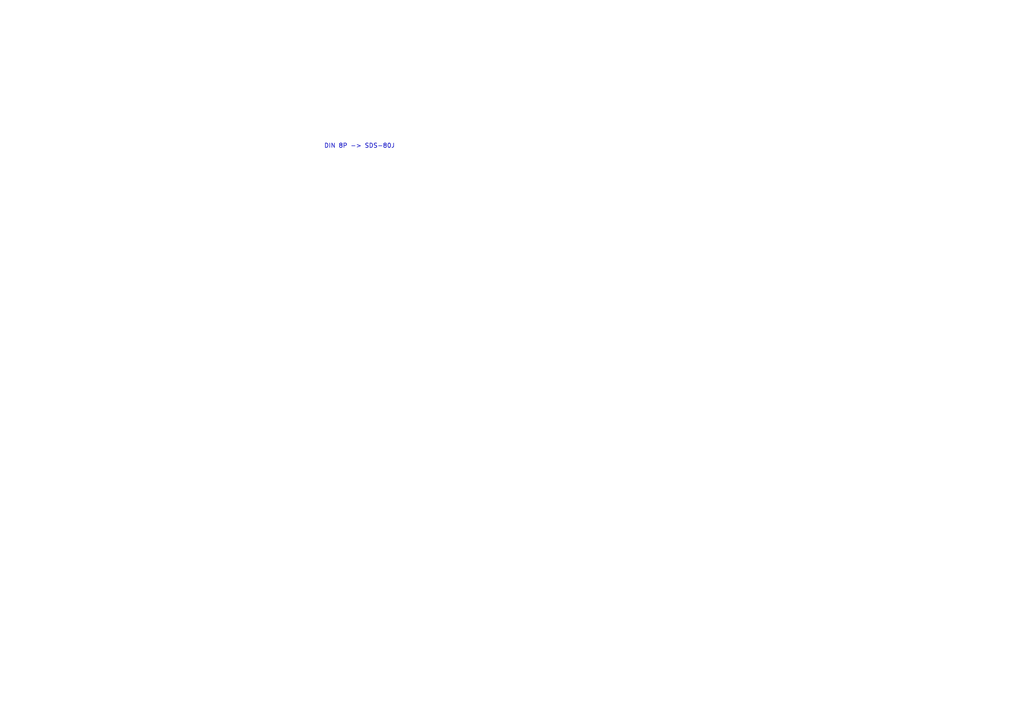
<source format=kicad_sch>
(kicad_sch (version 20211123) (generator eeschema)
  (paper "A4")
  (lib_symbols)
  (text "DIN 8P -> SDS-80J\n" (at 93.98 43.18 0) (effects (font (size 1.27 1.27)) (justify left bottom)))
)
</source>
